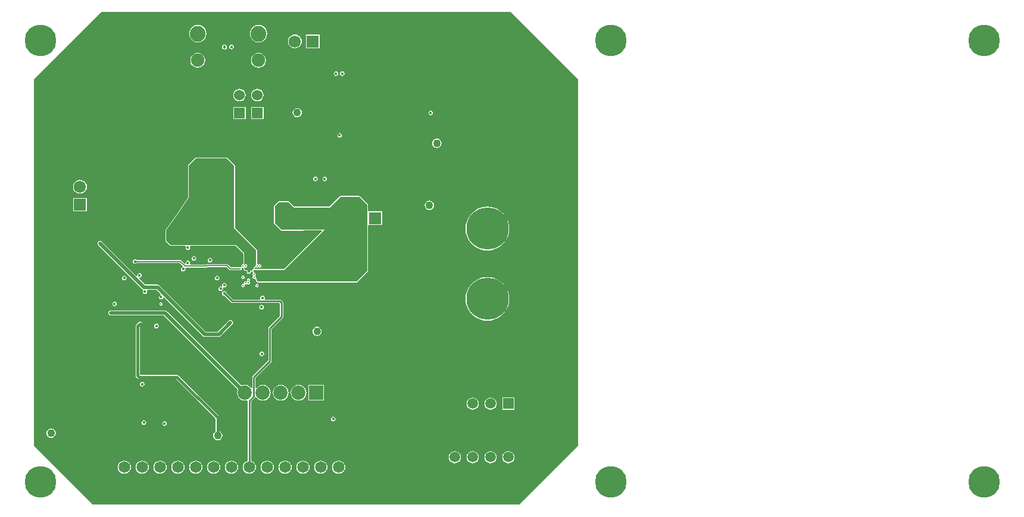
<source format=gbr>
%TF.GenerationSoftware,Altium Limited,Altium Designer,19.0.15 (446)*%
G04 Layer_Physical_Order=2*
G04 Layer_Color=36540*
%FSLAX45Y45*%
%MOMM*%
%TF.FileFunction,Copper,L2,Inr,Signal*%
%TF.Part,Single*%
G01*
G75*
%TA.AperFunction,Conductor*%
%ADD40C,0.20320*%
%ADD41C,0.38100*%
%ADD42C,0.50800*%
%ADD44C,1.52400*%
%ADD45C,0.25400*%
%TA.AperFunction,ComponentPad*%
%ADD49C,1.65000*%
%TA.AperFunction,TestPad*%
%ADD50C,1.10000*%
%TA.AperFunction,ViaPad*%
%ADD51C,4.50000*%
%TA.AperFunction,ComponentPad*%
%ADD52R,1.50000X1.50000*%
%ADD53C,1.50000*%
%ADD54C,1.53000*%
%ADD55R,1.53000X1.53000*%
%ADD56C,1.90000*%
%ADD57C,2.25000*%
%ADD58C,6.00000*%
%ADD59C,1.72500*%
%ADD60R,1.72500X1.72500*%
%ADD61R,1.72500X1.72500*%
%ADD62R,2.02500X2.02500*%
%ADD63C,2.02500*%
%TA.AperFunction,ViaPad*%
%ADD64C,0.43180*%
%ADD65C,0.25000*%
%ADD66C,0.55880*%
%ADD67C,1.06680*%
%ADD68C,0.45720*%
G36*
X8102600Y6210299D02*
X8102599Y990600D01*
X7264400Y152400D01*
X1206500Y152400D01*
X368300Y990600D01*
X368300Y6210300D01*
X1320800Y7162800D01*
X7150100Y7162800D01*
X8102600Y6210299D01*
D02*
G37*
%LPC*%
G36*
X3559400Y6979838D02*
X3527379Y6975623D01*
X3497541Y6963263D01*
X3471918Y6943602D01*
X3452257Y6917979D01*
X3439897Y6888141D01*
X3435682Y6856120D01*
X3439897Y6824099D01*
X3452257Y6794261D01*
X3471918Y6768638D01*
X3497541Y6748977D01*
X3527379Y6736617D01*
X3559400Y6732402D01*
X3591421Y6736617D01*
X3621259Y6748977D01*
X3646882Y6768638D01*
X3666543Y6794261D01*
X3678903Y6824099D01*
X3683118Y6856120D01*
X3678903Y6888141D01*
X3666543Y6917979D01*
X3646882Y6943602D01*
X3621259Y6963263D01*
X3591421Y6975623D01*
X3559400Y6979838D01*
D02*
G37*
G36*
X2695400D02*
X2663379Y6975623D01*
X2633541Y6963263D01*
X2607918Y6943602D01*
X2588257Y6917979D01*
X2575898Y6888141D01*
X2571682Y6856120D01*
X2575898Y6824099D01*
X2588257Y6794261D01*
X2607918Y6768638D01*
X2633541Y6748977D01*
X2663379Y6736617D01*
X2695400Y6732402D01*
X2727421Y6736617D01*
X2757259Y6748977D01*
X2782882Y6768638D01*
X2802544Y6794261D01*
X2814903Y6824099D01*
X2819119Y6856120D01*
X2814903Y6888141D01*
X2802544Y6917979D01*
X2782882Y6943602D01*
X2757259Y6963263D01*
X2727421Y6975623D01*
X2695400Y6979838D01*
D02*
G37*
G36*
X4427811Y6842532D02*
X4234991D01*
Y6649712D01*
X4427811D01*
Y6842532D01*
D02*
G37*
G36*
X4077401Y6843364D02*
X4052233Y6840050D01*
X4028780Y6830336D01*
X4008641Y6814882D01*
X3993187Y6794743D01*
X3983473Y6771290D01*
X3980159Y6746122D01*
X3983473Y6720954D01*
X3993187Y6697501D01*
X4008641Y6677361D01*
X4028780Y6661908D01*
X4052233Y6652193D01*
X4077401Y6648880D01*
X4102569Y6652193D01*
X4126022Y6661908D01*
X4146162Y6677361D01*
X4161615Y6697501D01*
X4171330Y6720954D01*
X4174643Y6746122D01*
X4171330Y6771290D01*
X4161615Y6794743D01*
X4146162Y6814882D01*
X4126022Y6830336D01*
X4102569Y6840050D01*
X4077401Y6843364D01*
D02*
G37*
G36*
X3175000Y6699872D02*
X3162612Y6697408D01*
X3152110Y6690390D01*
X3145092Y6679888D01*
X3142628Y6667500D01*
X3145092Y6655112D01*
X3152110Y6644610D01*
X3162612Y6637592D01*
X3175000Y6635128D01*
X3187388Y6637592D01*
X3197890Y6644610D01*
X3204908Y6655112D01*
X3207372Y6667500D01*
X3204908Y6679888D01*
X3197890Y6690390D01*
X3187388Y6697408D01*
X3175000Y6699872D01*
D02*
G37*
G36*
X3075400Y6699167D02*
X3062516Y6696604D01*
X3051594Y6689306D01*
X3044296Y6678384D01*
X3041733Y6665500D01*
X3044296Y6652616D01*
X3051594Y6641694D01*
X3062516Y6634396D01*
X3075400Y6631833D01*
X3088284Y6634396D01*
X3099206Y6641694D01*
X3106504Y6652616D01*
X3109067Y6665500D01*
X3106504Y6678384D01*
X3099206Y6689306D01*
X3088284Y6696604D01*
X3075400Y6699167D01*
D02*
G37*
G36*
X3559400Y6582187D02*
X3531948Y6578573D01*
X3506366Y6567977D01*
X3484399Y6551121D01*
X3467543Y6529154D01*
X3456947Y6503572D01*
X3453333Y6476120D01*
X3456947Y6448668D01*
X3467543Y6423086D01*
X3484399Y6401119D01*
X3506366Y6384263D01*
X3531948Y6373667D01*
X3559400Y6370053D01*
X3586852Y6373667D01*
X3612434Y6384263D01*
X3634401Y6401119D01*
X3651257Y6423086D01*
X3661853Y6448668D01*
X3665467Y6476120D01*
X3661853Y6503572D01*
X3651257Y6529154D01*
X3634401Y6551121D01*
X3612434Y6567977D01*
X3586852Y6578573D01*
X3559400Y6582187D01*
D02*
G37*
G36*
X2695400D02*
X2667948Y6578573D01*
X2642367Y6567977D01*
X2620399Y6551121D01*
X2603543Y6529154D01*
X2592947Y6503572D01*
X2589333Y6476120D01*
X2592947Y6448668D01*
X2603543Y6423086D01*
X2620399Y6401119D01*
X2642367Y6384263D01*
X2667948Y6373667D01*
X2695400Y6370053D01*
X2722853Y6373667D01*
X2748434Y6384263D01*
X2770401Y6401119D01*
X2787257Y6423086D01*
X2797853Y6448668D01*
X2801468Y6476120D01*
X2797853Y6503572D01*
X2787257Y6529154D01*
X2770401Y6551121D01*
X2748434Y6567977D01*
X2722853Y6578573D01*
X2695400Y6582187D01*
D02*
G37*
G36*
X4749800Y6318872D02*
X4737412Y6316408D01*
X4726910Y6309390D01*
X4719892Y6298888D01*
X4717428Y6286500D01*
X4719892Y6274112D01*
X4726910Y6263610D01*
X4737412Y6256592D01*
X4749800Y6254128D01*
X4762188Y6256592D01*
X4772690Y6263610D01*
X4779708Y6274112D01*
X4782172Y6286500D01*
X4779708Y6298888D01*
X4772690Y6309390D01*
X4762188Y6316408D01*
X4749800Y6318872D01*
D02*
G37*
G36*
X4660900D02*
X4648512Y6316408D01*
X4638010Y6309390D01*
X4630992Y6298888D01*
X4628528Y6286500D01*
X4630992Y6274112D01*
X4638010Y6263610D01*
X4648512Y6256592D01*
X4660900Y6254128D01*
X4673288Y6256592D01*
X4683790Y6263610D01*
X4690808Y6274112D01*
X4693272Y6286500D01*
X4690808Y6298888D01*
X4683790Y6309390D01*
X4673288Y6316408D01*
X4660900Y6318872D01*
D02*
G37*
G36*
X3543300Y6069108D02*
X3520677Y6066129D01*
X3499596Y6057397D01*
X3481493Y6043507D01*
X3467603Y6025404D01*
X3458871Y6004323D01*
X3455892Y5981700D01*
X3458871Y5959077D01*
X3467603Y5937996D01*
X3481493Y5919893D01*
X3499596Y5906003D01*
X3520677Y5897271D01*
X3543300Y5894292D01*
X3565923Y5897271D01*
X3587004Y5906003D01*
X3605107Y5919893D01*
X3618997Y5937996D01*
X3627729Y5959077D01*
X3630708Y5981700D01*
X3627729Y6004323D01*
X3618997Y6025404D01*
X3605107Y6043507D01*
X3587004Y6057397D01*
X3565923Y6066129D01*
X3543300Y6069108D01*
D02*
G37*
G36*
X3289300D02*
X3266677Y6066129D01*
X3245596Y6057397D01*
X3227493Y6043507D01*
X3213603Y6025404D01*
X3204871Y6004323D01*
X3201892Y5981700D01*
X3204871Y5959077D01*
X3213603Y5937996D01*
X3227493Y5919893D01*
X3245596Y5906003D01*
X3266677Y5897271D01*
X3289300Y5894292D01*
X3311923Y5897271D01*
X3333004Y5906003D01*
X3351107Y5919893D01*
X3364997Y5937996D01*
X3373729Y5959077D01*
X3376708Y5981700D01*
X3373729Y6004323D01*
X3364997Y6025404D01*
X3351107Y6043507D01*
X3333004Y6057397D01*
X3311923Y6066129D01*
X3289300Y6069108D01*
D02*
G37*
G36*
X6007100Y5760072D02*
X5994712Y5757608D01*
X5984210Y5750590D01*
X5977192Y5740088D01*
X5974728Y5727700D01*
X5977192Y5715312D01*
X5984210Y5704810D01*
X5994712Y5697792D01*
X6007100Y5695328D01*
X6019488Y5697792D01*
X6029990Y5704810D01*
X6037008Y5715312D01*
X6039472Y5727700D01*
X6037008Y5740088D01*
X6029990Y5750590D01*
X6019488Y5757608D01*
X6007100Y5760072D01*
D02*
G37*
G36*
X4109720Y5797354D02*
X4092710Y5795115D01*
X4076859Y5788549D01*
X4063247Y5778105D01*
X4052803Y5764493D01*
X4046237Y5748642D01*
X4043998Y5731632D01*
X4046237Y5714622D01*
X4052803Y5698771D01*
X4063247Y5685160D01*
X4076859Y5674715D01*
X4092710Y5668149D01*
X4109720Y5665910D01*
X4126730Y5668149D01*
X4142581Y5674715D01*
X4156193Y5685160D01*
X4166637Y5698771D01*
X4173203Y5714622D01*
X4175442Y5731632D01*
X4173203Y5748642D01*
X4166637Y5764493D01*
X4156193Y5778105D01*
X4142581Y5788549D01*
X4126730Y5795115D01*
X4109720Y5797354D01*
D02*
G37*
G36*
X3629960Y5814360D02*
X3456640D01*
Y5641040D01*
X3629960D01*
Y5814360D01*
D02*
G37*
G36*
X3375960D02*
X3202640D01*
Y5641040D01*
X3375960D01*
Y5814360D01*
D02*
G37*
G36*
X4711700Y5442572D02*
X4699312Y5440108D01*
X4688810Y5433090D01*
X4681792Y5422588D01*
X4679328Y5410200D01*
X4681792Y5397812D01*
X4688810Y5387310D01*
X4699312Y5380292D01*
X4711700Y5377828D01*
X4724088Y5380292D01*
X4734590Y5387310D01*
X4741608Y5397812D01*
X4744072Y5410200D01*
X4741608Y5422588D01*
X4734590Y5433090D01*
X4724088Y5440108D01*
X4711700Y5442572D01*
D02*
G37*
G36*
X6096000Y5361622D02*
X6078990Y5359383D01*
X6063139Y5352817D01*
X6049527Y5342373D01*
X6039083Y5328761D01*
X6032517Y5312910D01*
X6030278Y5295900D01*
X6032517Y5278890D01*
X6039083Y5263039D01*
X6049527Y5249427D01*
X6063139Y5238983D01*
X6078990Y5232417D01*
X6096000Y5230178D01*
X6113010Y5232417D01*
X6128861Y5238983D01*
X6142473Y5249427D01*
X6152917Y5263039D01*
X6159483Y5278890D01*
X6161722Y5295900D01*
X6159483Y5312910D01*
X6152917Y5328761D01*
X6142473Y5342373D01*
X6128861Y5352817D01*
X6113010Y5359383D01*
X6096000Y5361622D01*
D02*
G37*
G36*
X4500548Y4820272D02*
X4488159Y4817808D01*
X4477657Y4810790D01*
X4470640Y4800288D01*
X4468176Y4787900D01*
X4470640Y4775512D01*
X4477657Y4765010D01*
X4488159Y4757992D01*
X4500548Y4755528D01*
X4512936Y4757992D01*
X4523438Y4765010D01*
X4530456Y4775512D01*
X4532920Y4787900D01*
X4530456Y4800288D01*
X4523438Y4810790D01*
X4512936Y4817808D01*
X4500548Y4820272D01*
D02*
G37*
G36*
X4368800D02*
X4356412Y4817808D01*
X4345910Y4810790D01*
X4338892Y4800288D01*
X4336428Y4787900D01*
X4338892Y4775512D01*
X4345910Y4765010D01*
X4356412Y4757992D01*
X4368800Y4755528D01*
X4381188Y4757992D01*
X4391690Y4765010D01*
X4398708Y4775512D01*
X4401172Y4787900D01*
X4398708Y4800288D01*
X4391690Y4810790D01*
X4381188Y4817808D01*
X4368800Y4820272D01*
D02*
G37*
G36*
X1021080Y4773482D02*
X995912Y4770169D01*
X972459Y4760454D01*
X952320Y4745000D01*
X936866Y4724861D01*
X927152Y4701408D01*
X923838Y4676240D01*
X927152Y4651072D01*
X936866Y4627619D01*
X952320Y4607480D01*
X972459Y4592026D01*
X995912Y4582312D01*
X1021080Y4578998D01*
X1046248Y4582312D01*
X1069701Y4592026D01*
X1089841Y4607480D01*
X1105294Y4627619D01*
X1115009Y4651072D01*
X1118322Y4676240D01*
X1115009Y4701408D01*
X1105294Y4724861D01*
X1089841Y4745000D01*
X1069701Y4760454D01*
X1046248Y4770169D01*
X1021080Y4773482D01*
D02*
G37*
G36*
X5989320Y4477702D02*
X5972310Y4475463D01*
X5956459Y4468897D01*
X5942847Y4458453D01*
X5932403Y4444841D01*
X5925837Y4428990D01*
X5923598Y4411980D01*
X5925837Y4394970D01*
X5932403Y4379119D01*
X5942847Y4365507D01*
X5956459Y4355063D01*
X5972310Y4348497D01*
X5989320Y4346258D01*
X6006330Y4348497D01*
X6022181Y4355063D01*
X6035793Y4365507D01*
X6046237Y4379119D01*
X6052803Y4394970D01*
X6055042Y4411980D01*
X6052803Y4428990D01*
X6046237Y4444841D01*
X6035793Y4458453D01*
X6022181Y4468897D01*
X6006330Y4475463D01*
X5989320Y4477702D01*
D02*
G37*
G36*
X1117490Y4518650D02*
X924670D01*
Y4325830D01*
X1117490D01*
Y4518650D01*
D02*
G37*
G36*
X6814299Y4392517D02*
X6765629Y4388686D01*
X6718158Y4377289D01*
X6673053Y4358607D01*
X6631427Y4333098D01*
X6594304Y4301392D01*
X6562598Y4264269D01*
X6537090Y4222643D01*
X6518407Y4177539D01*
X6507010Y4130067D01*
X6503180Y4081398D01*
X6507010Y4032728D01*
X6518407Y3985257D01*
X6537090Y3940153D01*
X6562598Y3898527D01*
X6594304Y3861403D01*
X6631427Y3829697D01*
X6673053Y3804189D01*
X6718158Y3785506D01*
X6765629Y3774109D01*
X6814299Y3770279D01*
X6862968Y3774109D01*
X6910440Y3785506D01*
X6955544Y3804189D01*
X6997170Y3829697D01*
X7034293Y3861403D01*
X7065999Y3898527D01*
X7091508Y3940153D01*
X7110190Y3985257D01*
X7121587Y4032728D01*
X7125418Y4081398D01*
X7121587Y4130067D01*
X7110190Y4177539D01*
X7091508Y4222643D01*
X7065999Y4264269D01*
X7034293Y4301392D01*
X6997170Y4333098D01*
X6955544Y4358607D01*
X6910440Y4377289D01*
X6862968Y4388686D01*
X6814299Y4392517D01*
D02*
G37*
G36*
X2641600Y3689972D02*
X2629212Y3687508D01*
X2618710Y3680490D01*
X2611692Y3669988D01*
X2609228Y3657600D01*
X2611692Y3645212D01*
X2618710Y3634710D01*
X2629212Y3627692D01*
X2641600Y3625228D01*
X2653988Y3627692D01*
X2664490Y3634710D01*
X2671508Y3645212D01*
X2673972Y3657600D01*
X2671508Y3669988D01*
X2664490Y3680490D01*
X2653988Y3687508D01*
X2641600Y3689972D01*
D02*
G37*
G36*
X2870200Y3664572D02*
X2857812Y3662108D01*
X2847310Y3655090D01*
X2840292Y3644588D01*
X2837828Y3632200D01*
X2840292Y3619812D01*
X2847310Y3609310D01*
X2857812Y3602292D01*
X2870200Y3599828D01*
X2882588Y3602292D01*
X2893090Y3609310D01*
X2900108Y3619812D01*
X2902572Y3632200D01*
X2900108Y3644588D01*
X2893090Y3655090D01*
X2882588Y3662108D01*
X2870200Y3664572D01*
D02*
G37*
G36*
X3111500Y5090997D02*
X2667000D01*
X2659224Y5087776D01*
X2557623Y4986176D01*
X2554402Y4978399D01*
X2554403Y4524530D01*
X2403906Y4298784D01*
X2238858Y4060382D01*
X2238162Y4057163D01*
X2236903Y4054122D01*
X2236902Y3911600D01*
X2240123Y3903824D01*
X2303624Y3840324D01*
X2311401Y3837103D01*
X2517350D01*
X2524138Y3824403D01*
X2522792Y3822388D01*
X2520328Y3810000D01*
X2522792Y3797612D01*
X2529810Y3787110D01*
X2540312Y3780092D01*
X2552700Y3777628D01*
X2565088Y3780092D01*
X2575590Y3787110D01*
X2582608Y3797612D01*
X2585072Y3810000D01*
X2582608Y3822388D01*
X2581262Y3824403D01*
X2588050Y3837103D01*
X3233945D01*
X3341803Y3729245D01*
Y3586077D01*
X3337684Y3574778D01*
X3330069Y3572545D01*
X3328561Y3572245D01*
X3321066Y3567237D01*
X3316057Y3559741D01*
X3314299Y3550900D01*
X3316057Y3542058D01*
X3317381Y3540078D01*
X3308225Y3530922D01*
X3306244Y3532245D01*
X3297403Y3534004D01*
X3288561Y3532245D01*
X3287623Y3531618D01*
X3165080D01*
X3126049Y3570650D01*
X3119327Y3575141D01*
X3111399Y3576718D01*
X3111397Y3576718D01*
X2826762D01*
X2818834Y3575141D01*
X2812112Y3570650D01*
X2812112Y3570649D01*
X2809291Y3567828D01*
X2588605D01*
X2581817Y3580528D01*
X2582608Y3581712D01*
X2585072Y3594100D01*
X2582608Y3606488D01*
X2575590Y3616990D01*
X2565088Y3624008D01*
X2552700Y3626472D01*
X2540312Y3624008D01*
X2529810Y3616990D01*
X2522792Y3606488D01*
X2520328Y3594100D01*
X2521896Y3586219D01*
X2510191Y3579963D01*
X2463341Y3626813D01*
X2456619Y3631304D01*
X2448691Y3632881D01*
X2448690Y3632881D01*
X1827742D01*
X1826290Y3635053D01*
X1815788Y3642071D01*
X1803400Y3644535D01*
X1791012Y3642071D01*
X1780510Y3635053D01*
X1773492Y3624551D01*
X1771028Y3612163D01*
X1773492Y3599775D01*
X1780510Y3589272D01*
X1791012Y3582255D01*
X1803400Y3579791D01*
X1815788Y3582255D01*
X1826290Y3589272D01*
X1827742Y3591445D01*
X2440109D01*
X2482388Y3549166D01*
X2478208Y3535386D01*
X2476812Y3535108D01*
X2466310Y3528090D01*
X2459292Y3517588D01*
X2456828Y3505200D01*
X2459292Y3492812D01*
X2466310Y3482310D01*
X2476812Y3475292D01*
X2489200Y3472828D01*
X2501588Y3475292D01*
X2512090Y3482310D01*
X2519108Y3492812D01*
X2521572Y3505200D01*
X2519883Y3513692D01*
X2525915Y3523969D01*
X2528500Y3526392D01*
X2817871D01*
X2817872Y3526392D01*
X2825801Y3527969D01*
X2832522Y3532460D01*
X2835344Y3535282D01*
X3102817D01*
X3141848Y3496251D01*
X3141849Y3496250D01*
X3148570Y3491759D01*
X3156499Y3490182D01*
X3287623D01*
X3288561Y3489555D01*
X3297403Y3487796D01*
X3306244Y3489555D01*
X3313739Y3494563D01*
X3318748Y3502059D01*
X3320506Y3510900D01*
X3318748Y3519741D01*
X3317424Y3521722D01*
X3326581Y3530878D01*
X3328561Y3529555D01*
X3335371Y3528200D01*
X3337808Y3527244D01*
X3345704Y3516498D01*
X3345589Y3515597D01*
X3345783Y3514884D01*
X3345500Y3514203D01*
X3346863Y3510912D01*
X3347798Y3507475D01*
X3348439Y3507108D01*
X3348721Y3506426D01*
X3354401Y3500746D01*
Y3492500D01*
X3357622Y3484724D01*
X3365399Y3481503D01*
X3386345D01*
X3392603Y3475245D01*
Y3452651D01*
X3395824Y3444875D01*
X3403600Y3441654D01*
X3427251D01*
X3435028Y3444875D01*
X3449476Y3459324D01*
X3452697Y3467100D01*
X3454571Y3468974D01*
X3458762Y3472427D01*
X3472690Y3470275D01*
X3475283Y3465954D01*
X3476058Y3462058D01*
X3481066Y3454563D01*
X3477845Y3442417D01*
X3476058Y3439741D01*
X3474299Y3430900D01*
X3476058Y3422058D01*
X3477394Y3420058D01*
X3480017Y3410900D01*
X3477394Y3401742D01*
X3476058Y3399741D01*
X3474299Y3390900D01*
X3476058Y3382059D01*
X3481066Y3374563D01*
X3488561Y3369555D01*
X3497403Y3367796D01*
X3506244Y3369555D01*
X3518260Y3362309D01*
X3529097Y3324379D01*
X3530829Y3322197D01*
X3531895Y3319624D01*
X3533351Y3319021D01*
X3534331Y3317786D01*
X3537098Y3317468D01*
X3539671Y3316403D01*
X4953000Y3316403D01*
X4960776Y3319624D01*
X5113176Y3472024D01*
X5116397Y3479800D01*
Y4122845D01*
X5123290Y4132690D01*
X5129097Y4132690D01*
X5316110D01*
Y4325510D01*
X5129097D01*
X5123290Y4325510D01*
X5116397Y4335355D01*
Y4419600D01*
X5113176Y4427376D01*
X4998876Y4541676D01*
X4991100Y4544897D01*
X4724400D01*
X4716624Y4541676D01*
X4567445Y4392497D01*
X4068555D01*
X3995576Y4465476D01*
X3987800Y4468697D01*
X3848100D01*
X3840324Y4465476D01*
X3784671Y4409824D01*
X3781450Y4402048D01*
Y4157752D01*
X3784671Y4149976D01*
X3878424Y4056224D01*
X3886200Y4053003D01*
X3937000D01*
X3937023Y4053012D01*
X3937046Y4053003D01*
X4454833Y4055193D01*
X4459718Y4043470D01*
X3919745Y3503497D01*
X3504973D01*
X3498845Y3516197D01*
X3513689Y3534868D01*
X3521066Y3534563D01*
X3528561Y3529555D01*
X3537403Y3527796D01*
X3546244Y3529555D01*
X3548245Y3530892D01*
X3557403Y3533514D01*
X3566561Y3530892D01*
X3568561Y3529555D01*
X3577403Y3527796D01*
X3586244Y3529555D01*
X3593739Y3534563D01*
X3598748Y3542058D01*
X3600506Y3550900D01*
X3598748Y3559741D01*
X3593739Y3567237D01*
X3586244Y3572245D01*
X3577403Y3574004D01*
X3568561Y3572245D01*
X3566561Y3570908D01*
X3557403Y3568286D01*
X3548245Y3570908D01*
X3546244Y3572245D01*
X3537403Y3574004D01*
X3536319Y3574893D01*
X3536319Y3777018D01*
X3533098Y3784794D01*
X3224097Y4093795D01*
X3224097Y4978400D01*
X3220876Y4986176D01*
X3119276Y5087776D01*
X3111500Y5090997D01*
D02*
G37*
G36*
X3337403Y3414004D02*
X3328561Y3412245D01*
X3321066Y3407237D01*
X3316057Y3399741D01*
X3314299Y3390900D01*
X3316057Y3382059D01*
X3321066Y3374563D01*
X3328561Y3369555D01*
X3337403Y3367796D01*
X3346244Y3369555D01*
X3353739Y3374563D01*
X3358748Y3382059D01*
X3360506Y3390900D01*
X3358748Y3399741D01*
X3353739Y3407237D01*
X3346244Y3412245D01*
X3337403Y3414004D01*
D02*
G37*
G36*
X2971800Y3410572D02*
X2959412Y3408108D01*
X2948910Y3401090D01*
X2941892Y3390588D01*
X2939428Y3378200D01*
X2941892Y3365812D01*
X2948910Y3355310D01*
X2959412Y3348292D01*
X2971800Y3345828D01*
X2984188Y3348292D01*
X2994690Y3355310D01*
X3001708Y3365812D01*
X3004172Y3378200D01*
X3001708Y3390588D01*
X2994690Y3401090D01*
X2984188Y3408108D01*
X2971800Y3410572D01*
D02*
G37*
G36*
X1651000D02*
X1638612Y3408108D01*
X1628110Y3401090D01*
X1621092Y3390588D01*
X1618628Y3378200D01*
X1621092Y3365812D01*
X1628110Y3355310D01*
X1638612Y3348292D01*
X1651000Y3345828D01*
X1663388Y3348292D01*
X1673890Y3355310D01*
X1680908Y3365812D01*
X1683372Y3378200D01*
X1680908Y3390588D01*
X1673890Y3401090D01*
X1663388Y3408108D01*
X1651000Y3410572D01*
D02*
G37*
G36*
X3417403Y3374004D02*
X3408561Y3372245D01*
X3401066Y3367237D01*
X3396057Y3359742D01*
X3394299Y3350900D01*
X3396057Y3342059D01*
X3397381Y3340078D01*
X3388225Y3330921D01*
X3386244Y3332245D01*
X3377403Y3334004D01*
X3368561Y3332245D01*
X3361066Y3327237D01*
X3356058Y3319741D01*
X3354299Y3310900D01*
X3356058Y3302058D01*
X3357381Y3300078D01*
X3348225Y3290922D01*
X3346244Y3292245D01*
X3337403Y3294004D01*
X3328561Y3292245D01*
X3321066Y3287237D01*
X3316057Y3279741D01*
X3314299Y3270900D01*
X3316057Y3262058D01*
X3321066Y3254563D01*
X3328561Y3249555D01*
X3337403Y3247796D01*
X3346244Y3249555D01*
X3353739Y3254563D01*
X3358748Y3262058D01*
X3360506Y3270900D01*
X3358748Y3279741D01*
X3357424Y3281722D01*
X3366580Y3290878D01*
X3368561Y3289555D01*
X3377403Y3287796D01*
X3386244Y3289555D01*
X3388245Y3290892D01*
X3397403Y3293514D01*
X3406561Y3290892D01*
X3408561Y3289555D01*
X3417403Y3287796D01*
X3426244Y3289555D01*
X3433739Y3294563D01*
X3438748Y3302058D01*
X3440506Y3310900D01*
X3438748Y3319741D01*
X3433739Y3327236D01*
Y3334564D01*
X3438748Y3342059D01*
X3440506Y3350900D01*
X3438748Y3359742D01*
X3433739Y3367237D01*
X3426244Y3372245D01*
X3417403Y3374004D01*
D02*
G37*
G36*
X3073400Y3308972D02*
X3061012Y3306508D01*
X3050510Y3299490D01*
X3043492Y3288988D01*
X3041028Y3276600D01*
X3043104Y3266160D01*
X3038390Y3260438D01*
X3033270Y3256651D01*
X3022600Y3258773D01*
X3010212Y3256309D01*
X2999710Y3249291D01*
X2992692Y3238789D01*
X2990228Y3226401D01*
X2992692Y3214013D01*
X2999710Y3203510D01*
X3010212Y3196493D01*
X3022600Y3194029D01*
X3034988Y3196493D01*
X3045490Y3203510D01*
X3052508Y3214013D01*
X3054972Y3226401D01*
X3052896Y3236841D01*
X3057610Y3242563D01*
X3062730Y3246350D01*
X3073400Y3244228D01*
X3085788Y3246692D01*
X3096290Y3253710D01*
X3103308Y3264212D01*
X3105772Y3276600D01*
X3103308Y3288988D01*
X3096290Y3299490D01*
X3085788Y3306508D01*
X3073400Y3308972D01*
D02*
G37*
G36*
X3537403Y3294004D02*
X3528561Y3292245D01*
X3521066Y3287237D01*
X3516057Y3279741D01*
X3514299Y3270900D01*
X3516057Y3262058D01*
X3521066Y3254563D01*
X3528561Y3249555D01*
X3537403Y3247796D01*
X3546244Y3249555D01*
X3553739Y3254563D01*
X3558748Y3262058D01*
X3560506Y3270900D01*
X3558748Y3279741D01*
X3553739Y3287237D01*
X3546244Y3292245D01*
X3537403Y3294004D01*
D02*
G37*
G36*
X2171700Y3033004D02*
X2162859Y3031245D01*
X2155363Y3026237D01*
X2150355Y3018741D01*
X2148596Y3009900D01*
X2150355Y3001059D01*
X2155363Y2993563D01*
X2162859Y2988555D01*
X2171700Y2986796D01*
X2180541Y2988555D01*
X2188037Y2993563D01*
X2193045Y3001059D01*
X2194804Y3009900D01*
X2193045Y3018741D01*
X2188037Y3026237D01*
X2180541Y3031245D01*
X2171700Y3033004D01*
D02*
G37*
G36*
X1511300Y3042272D02*
X1498912Y3039808D01*
X1488410Y3032790D01*
X1481392Y3022288D01*
X1478928Y3009900D01*
X1481392Y2997512D01*
X1488410Y2987010D01*
X1498912Y2979992D01*
X1511300Y2977528D01*
X1523688Y2979992D01*
X1534190Y2987010D01*
X1541208Y2997512D01*
X1543672Y3009900D01*
X1541208Y3022288D01*
X1534190Y3032790D01*
X1523688Y3039808D01*
X1511300Y3042272D01*
D02*
G37*
G36*
X3600920Y2997453D02*
X3588532Y2994989D01*
X3578029Y2987972D01*
X3571012Y2977470D01*
X3568548Y2965081D01*
X3571012Y2952693D01*
X3578029Y2942191D01*
X3588532Y2935173D01*
X3600920Y2932709D01*
X3613308Y2935173D01*
X3623810Y2942191D01*
X3630828Y2952693D01*
X3633292Y2965081D01*
X3630828Y2977470D01*
X3623810Y2987972D01*
X3613308Y2994989D01*
X3600920Y2997453D01*
D02*
G37*
G36*
X6814299Y3392519D02*
X6765629Y3388688D01*
X6718158Y3377291D01*
X6673053Y3358609D01*
X6631427Y3333100D01*
X6594304Y3301394D01*
X6562598Y3264271D01*
X6537090Y3222645D01*
X6518407Y3177541D01*
X6507010Y3130069D01*
X6503180Y3081400D01*
X6507010Y3032730D01*
X6518407Y2985259D01*
X6537090Y2940155D01*
X6562598Y2898529D01*
X6594304Y2861405D01*
X6631427Y2829699D01*
X6673053Y2804191D01*
X6718158Y2785508D01*
X6765629Y2774111D01*
X6814299Y2770281D01*
X6862968Y2774111D01*
X6910440Y2785508D01*
X6955544Y2804191D01*
X6997170Y2829699D01*
X7034293Y2861405D01*
X7065999Y2898529D01*
X7091508Y2940155D01*
X7110190Y2985259D01*
X7121587Y3032730D01*
X7125418Y3081400D01*
X7121587Y3130069D01*
X7110190Y3177541D01*
X7091508Y3222645D01*
X7065999Y3264271D01*
X7034293Y3301394D01*
X6997170Y3333100D01*
X6955544Y3358609D01*
X6910440Y3377291D01*
X6862968Y3388688D01*
X6814299Y3392519D01*
D02*
G37*
G36*
X2108200Y2727312D02*
X2095812Y2724848D01*
X2085310Y2717830D01*
X2078292Y2707328D01*
X2075828Y2694940D01*
X2078292Y2682552D01*
X2085310Y2672050D01*
X2095812Y2665032D01*
X2108200Y2662568D01*
X2120588Y2665032D01*
X2131090Y2672050D01*
X2138108Y2682552D01*
X2140572Y2694940D01*
X2138108Y2707328D01*
X2131090Y2717830D01*
X2120588Y2724848D01*
X2108200Y2727312D01*
D02*
G37*
G36*
X4391660Y2684462D02*
X4374650Y2682223D01*
X4358799Y2675657D01*
X4345187Y2665213D01*
X4334743Y2651601D01*
X4328177Y2635750D01*
X4325938Y2618740D01*
X4328177Y2601730D01*
X4334743Y2585879D01*
X4345187Y2572267D01*
X4358799Y2561823D01*
X4374650Y2555257D01*
X4391660Y2553018D01*
X4408670Y2555257D01*
X4424521Y2561823D01*
X4438133Y2572267D01*
X4448577Y2585879D01*
X4455143Y2601730D01*
X4457382Y2618740D01*
X4455143Y2635750D01*
X4448577Y2651601D01*
X4438133Y2665213D01*
X4424521Y2675657D01*
X4408670Y2682223D01*
X4391660Y2684462D01*
D02*
G37*
G36*
X1308100Y3909757D02*
X1294225Y3906997D01*
X1282463Y3899137D01*
X1274603Y3887375D01*
X1271843Y3873500D01*
X1274603Y3859625D01*
X1282463Y3847863D01*
X1908729Y3221596D01*
X1908730Y3221595D01*
X1913293Y3218546D01*
X1914537Y3216630D01*
X1916135Y3210926D01*
X1916622Y3202720D01*
X1916477Y3202307D01*
X1913192Y3197391D01*
X1910728Y3185003D01*
X1913192Y3172614D01*
X1920210Y3162112D01*
X1930712Y3155095D01*
X1943100Y3152630D01*
X1955488Y3155095D01*
X1965990Y3162112D01*
X1973008Y3172614D01*
X1975472Y3185003D01*
X1973008Y3197391D01*
X1972417Y3198276D01*
X1979205Y3210976D01*
X2109849D01*
X2170790Y3150035D01*
X2166090Y3136775D01*
X2159312Y3135426D01*
X2148810Y3128409D01*
X2141792Y3117907D01*
X2139328Y3105518D01*
X2141792Y3093130D01*
X2148810Y3082628D01*
X2159312Y3075610D01*
X2171700Y3073146D01*
X2184088Y3075610D01*
X2194590Y3082628D01*
X2201608Y3093130D01*
X2202956Y3099908D01*
X2216216Y3104609D01*
X2768362Y2552463D01*
X2768363Y2552463D01*
X2780125Y2544603D01*
X2794000Y2541843D01*
X2794001Y2541843D01*
X2997199D01*
X2997200Y2541843D01*
X3011075Y2544603D01*
X3022837Y2552463D01*
X3187937Y2717563D01*
X3195797Y2729325D01*
X3198557Y2743200D01*
X3195797Y2757075D01*
X3187937Y2768837D01*
X3176175Y2776697D01*
X3162300Y2779457D01*
X3148425Y2776697D01*
X3136663Y2768837D01*
X2982182Y2614357D01*
X2809018D01*
X2150505Y3272870D01*
X2138742Y3280729D01*
X2124867Y3283489D01*
X2124866Y3283489D01*
X1949385D01*
X1860653Y3372222D01*
X1866900Y3383928D01*
X1879288Y3386392D01*
X1889790Y3393410D01*
X1896808Y3403912D01*
X1899272Y3416300D01*
X1896808Y3428688D01*
X1889790Y3439190D01*
X1879288Y3446208D01*
X1866900Y3448672D01*
X1854512Y3446208D01*
X1844010Y3439190D01*
X1836992Y3428688D01*
X1834528Y3416300D01*
X1822822Y3410053D01*
X1333737Y3899137D01*
X1321975Y3906997D01*
X1308100Y3909757D01*
D02*
G37*
G36*
X3606800Y2331072D02*
X3594412Y2328608D01*
X3583910Y2321590D01*
X3576892Y2311088D01*
X3574428Y2298700D01*
X3576892Y2286312D01*
X3583910Y2275810D01*
X3594412Y2268792D01*
X3606800Y2266328D01*
X3619188Y2268792D01*
X3629690Y2275810D01*
X3636708Y2286312D01*
X3639172Y2298700D01*
X3636708Y2311088D01*
X3629690Y2321590D01*
X3619188Y2328608D01*
X3606800Y2331072D01*
D02*
G37*
G36*
X1905000Y1899272D02*
X1892612Y1896808D01*
X1882110Y1889790D01*
X1875092Y1879288D01*
X1872628Y1866900D01*
X1875092Y1854512D01*
X1882110Y1844010D01*
X1892612Y1836992D01*
X1905000Y1834528D01*
X1917388Y1836992D01*
X1927890Y1844010D01*
X1934908Y1854512D01*
X1937372Y1866900D01*
X1934908Y1879288D01*
X1927890Y1889790D01*
X1917388Y1896808D01*
X1905000Y1899272D01*
D02*
G37*
G36*
X3073400Y3191688D02*
X3061012Y3189224D01*
X3050510Y3182207D01*
X3043492Y3171705D01*
X3041028Y3159316D01*
X3043492Y3146928D01*
X3050510Y3136426D01*
X3061012Y3129408D01*
X3072663Y3127091D01*
X3168235Y3031519D01*
X3175797Y3026466D01*
X3184716Y3024692D01*
X3592389D01*
X3593781Y3024969D01*
X3595174Y3024692D01*
X3851146D01*
X3862892Y3012946D01*
Y2838759D01*
X3775967Y2751833D01*
X3704619Y2680486D01*
X3699566Y2672925D01*
X3697792Y2664005D01*
Y2206590D01*
X3476268Y1985066D01*
X3471215Y1977504D01*
X3469441Y1968585D01*
Y1814404D01*
X3456741Y1810093D01*
X3444857Y1825580D01*
X3421584Y1843438D01*
X3394482Y1854664D01*
X3365399Y1858493D01*
X3336315Y1854664D01*
X3316386Y1846409D01*
X2254258Y2908537D01*
X2242495Y2916397D01*
X2228620Y2919157D01*
X2228619Y2919157D01*
X1460500D01*
X1446625Y2916397D01*
X1434863Y2908537D01*
X1427003Y2896775D01*
X1424243Y2882900D01*
X1427003Y2869025D01*
X1434863Y2857263D01*
X1446625Y2849403D01*
X1460500Y2846643D01*
X2213602D01*
X3265111Y1795134D01*
X3256856Y1775205D01*
X3253027Y1746121D01*
X3256856Y1717038D01*
X3268082Y1689936D01*
X3285940Y1666663D01*
X3309213Y1648805D01*
X3336315Y1637579D01*
X3365399Y1633750D01*
X3394482Y1637579D01*
X3400448Y1633872D01*
X3405692Y1628476D01*
Y776192D01*
X3404811Y776076D01*
X3382270Y766739D01*
X3362914Y751887D01*
X3348061Y732531D01*
X3338725Y709990D01*
X3335540Y685801D01*
X3338725Y661612D01*
X3348061Y639071D01*
X3362914Y619715D01*
X3382270Y604863D01*
X3404811Y595526D01*
X3429000Y592341D01*
X3453189Y595526D01*
X3475729Y604863D01*
X3495086Y619715D01*
X3509938Y639071D01*
X3519275Y661612D01*
X3522459Y685801D01*
X3519275Y709990D01*
X3509938Y732531D01*
X3495086Y751887D01*
X3475729Y766739D01*
X3453189Y776076D01*
X3452308Y776192D01*
Y1620959D01*
X3509230Y1677881D01*
X3512066Y1682126D01*
X3523281Y1684185D01*
X3526881Y1683682D01*
X3539940Y1666663D01*
X3563213Y1648805D01*
X3590315Y1637579D01*
X3619399Y1633750D01*
X3648482Y1637579D01*
X3675584Y1648805D01*
X3698857Y1666663D01*
X3716715Y1689936D01*
X3727941Y1717038D01*
X3731770Y1746121D01*
X3727941Y1775205D01*
X3716715Y1802307D01*
X3698857Y1825580D01*
X3675584Y1843438D01*
X3648482Y1854664D01*
X3619399Y1858493D01*
X3590315Y1854664D01*
X3563213Y1843438D01*
X3539940Y1825580D01*
X3528756Y1811006D01*
X3516056Y1815317D01*
Y1958930D01*
X3737581Y2180455D01*
X3742634Y2188016D01*
X3744408Y2196936D01*
Y2654351D01*
X3808929Y2718871D01*
X3808929Y2718872D01*
X3902681Y2812624D01*
X3907734Y2820185D01*
X3909508Y2829105D01*
Y3022600D01*
X3907734Y3031520D01*
X3902681Y3039081D01*
X3877281Y3064481D01*
X3869719Y3069534D01*
X3860800Y3071308D01*
X3653490D01*
X3647268Y3080019D01*
X3645926Y3084008D01*
X3648062Y3094745D01*
X3645598Y3107133D01*
X3638580Y3117635D01*
X3628078Y3124653D01*
X3615690Y3127117D01*
X3603302Y3124653D01*
X3592800Y3117635D01*
X3585782Y3107133D01*
X3583318Y3094745D01*
X3585454Y3084008D01*
X3584112Y3080019D01*
X3577890Y3071308D01*
X3194371D01*
X3105625Y3160053D01*
X3103308Y3171705D01*
X3096290Y3182207D01*
X3085788Y3189224D01*
X3073400Y3191688D01*
D02*
G37*
G36*
X4492809Y1857531D02*
X4269989D01*
Y1634711D01*
X4492809D01*
Y1857531D01*
D02*
G37*
G36*
X4127399Y1858493D02*
X4098315Y1854664D01*
X4071213Y1843438D01*
X4047940Y1825580D01*
X4030082Y1802307D01*
X4018856Y1775205D01*
X4015027Y1746121D01*
X4018856Y1717038D01*
X4030082Y1689936D01*
X4047940Y1666663D01*
X4071213Y1648805D01*
X4098315Y1637579D01*
X4127399Y1633750D01*
X4156482Y1637579D01*
X4183584Y1648805D01*
X4206857Y1666663D01*
X4224715Y1689936D01*
X4235941Y1717038D01*
X4239770Y1746121D01*
X4235941Y1775205D01*
X4224715Y1802307D01*
X4206857Y1825580D01*
X4183584Y1843438D01*
X4156482Y1854664D01*
X4127399Y1858493D01*
D02*
G37*
G36*
X3873399D02*
X3844315Y1854664D01*
X3817213Y1843438D01*
X3793940Y1825580D01*
X3776082Y1802307D01*
X3764856Y1775205D01*
X3761027Y1746121D01*
X3764856Y1717038D01*
X3776082Y1689936D01*
X3793940Y1666663D01*
X3817213Y1648805D01*
X3844315Y1637579D01*
X3873399Y1633750D01*
X3902482Y1637579D01*
X3929584Y1648805D01*
X3952857Y1666663D01*
X3970715Y1689936D01*
X3981941Y1717038D01*
X3985770Y1746121D01*
X3981941Y1775205D01*
X3970715Y1802307D01*
X3952857Y1825580D01*
X3929584Y1843438D01*
X3902482Y1854664D01*
X3873399Y1858493D01*
D02*
G37*
G36*
X7197160Y1675150D02*
X7026840D01*
Y1504830D01*
X7197160D01*
Y1675150D01*
D02*
G37*
G36*
X6858000Y1675884D02*
X6835769Y1672958D01*
X6815053Y1664377D01*
X6797263Y1650726D01*
X6783613Y1632937D01*
X6775032Y1612221D01*
X6772105Y1589990D01*
X6775032Y1567759D01*
X6783613Y1547042D01*
X6797263Y1529253D01*
X6815053Y1515603D01*
X6835769Y1507022D01*
X6858000Y1504095D01*
X6880231Y1507022D01*
X6900947Y1515603D01*
X6918737Y1529253D01*
X6932387Y1547042D01*
X6940968Y1567759D01*
X6943895Y1589990D01*
X6940968Y1612221D01*
X6932387Y1632937D01*
X6918737Y1650726D01*
X6900947Y1664377D01*
X6880231Y1672958D01*
X6858000Y1675884D01*
D02*
G37*
G36*
X6604000D02*
X6581769Y1672958D01*
X6561053Y1664377D01*
X6543263Y1650726D01*
X6529613Y1632937D01*
X6521032Y1612221D01*
X6518105Y1589990D01*
X6521032Y1567759D01*
X6529613Y1547042D01*
X6543263Y1529253D01*
X6561053Y1515603D01*
X6581769Y1507022D01*
X6604000Y1504095D01*
X6626231Y1507022D01*
X6646947Y1515603D01*
X6664737Y1529253D01*
X6678387Y1547042D01*
X6686968Y1567759D01*
X6689895Y1589990D01*
X6686968Y1612221D01*
X6678387Y1632937D01*
X6664737Y1650726D01*
X6646947Y1664377D01*
X6626231Y1672958D01*
X6604000Y1675884D01*
D02*
G37*
G36*
X4622800Y1403972D02*
X4610412Y1401508D01*
X4599910Y1394490D01*
X4592892Y1383988D01*
X4590428Y1371600D01*
X4592892Y1359212D01*
X4599910Y1348710D01*
X4610412Y1341692D01*
X4622800Y1339228D01*
X4635188Y1341692D01*
X4645690Y1348710D01*
X4652708Y1359212D01*
X4655172Y1371600D01*
X4652708Y1383988D01*
X4645690Y1394490D01*
X4635188Y1401508D01*
X4622800Y1403972D01*
D02*
G37*
G36*
X1930400Y1353172D02*
X1918012Y1350708D01*
X1907510Y1343690D01*
X1900492Y1333188D01*
X1898028Y1320800D01*
X1900492Y1308412D01*
X1907510Y1297910D01*
X1918012Y1290892D01*
X1930400Y1288428D01*
X1942788Y1290892D01*
X1953290Y1297910D01*
X1960308Y1308412D01*
X1962772Y1320800D01*
X1960308Y1333188D01*
X1953290Y1343690D01*
X1942788Y1350708D01*
X1930400Y1353172D01*
D02*
G37*
G36*
X2222500Y1340472D02*
X2210112Y1338008D01*
X2199610Y1330990D01*
X2192592Y1320488D01*
X2190128Y1308100D01*
X2192592Y1295712D01*
X2199610Y1285210D01*
X2210112Y1278192D01*
X2222500Y1275728D01*
X2234888Y1278192D01*
X2245390Y1285210D01*
X2252408Y1295712D01*
X2254872Y1308100D01*
X2252408Y1320488D01*
X2245390Y1330990D01*
X2234888Y1338008D01*
X2222500Y1340472D01*
D02*
G37*
G36*
X609600Y1236525D02*
X592590Y1234286D01*
X576739Y1227720D01*
X563127Y1217275D01*
X552683Y1203664D01*
X546117Y1187813D01*
X543878Y1170803D01*
X546117Y1153793D01*
X552683Y1137942D01*
X563127Y1124330D01*
X576739Y1113886D01*
X592590Y1107320D01*
X609600Y1105081D01*
X626610Y1107320D01*
X642461Y1113886D01*
X656073Y1124330D01*
X666517Y1137942D01*
X673083Y1153793D01*
X675322Y1170803D01*
X673083Y1187813D01*
X666517Y1203664D01*
X656073Y1217275D01*
X642461Y1227720D01*
X626610Y1234286D01*
X609600Y1236525D01*
D02*
G37*
G36*
X1879600Y2760282D02*
X1868203Y2758015D01*
X1858541Y2751559D01*
X1820441Y2713459D01*
X1813985Y2703797D01*
X1811718Y2692400D01*
Y1990818D01*
X1813985Y1979421D01*
X1820441Y1969759D01*
X1842759Y1947441D01*
X1852421Y1940985D01*
X1863818Y1938718D01*
X2387964D01*
X2949638Y1377044D01*
Y1193572D01*
X2946559Y1192297D01*
X2932947Y1181853D01*
X2922503Y1168241D01*
X2915937Y1152390D01*
X2913698Y1135380D01*
X2915937Y1118370D01*
X2922503Y1102519D01*
X2932947Y1088907D01*
X2946559Y1078463D01*
X2962410Y1071897D01*
X2979420Y1069658D01*
X2996430Y1071897D01*
X3012281Y1078463D01*
X3025893Y1088907D01*
X3036337Y1102519D01*
X3042903Y1118370D01*
X3045142Y1135380D01*
X3042903Y1152390D01*
X3036337Y1168241D01*
X3025893Y1181853D01*
X3012281Y1192297D01*
X3009202Y1193572D01*
Y1389380D01*
X3006935Y1400777D01*
X3000479Y1410439D01*
X2421359Y1989559D01*
X2411697Y1996015D01*
X2400300Y1998282D01*
X1876154D01*
X1871282Y2003154D01*
Y2680064D01*
X1900659Y2709441D01*
X1907115Y2719103D01*
X1909382Y2730500D01*
X1907115Y2741897D01*
X1900659Y2751559D01*
X1890997Y2758015D01*
X1879600Y2760282D01*
D02*
G37*
G36*
X7112000Y913884D02*
X7089769Y910958D01*
X7069053Y902377D01*
X7051263Y888726D01*
X7037613Y870937D01*
X7029032Y850221D01*
X7026105Y827990D01*
X7029032Y805759D01*
X7037613Y785042D01*
X7051263Y767253D01*
X7069053Y753603D01*
X7089769Y745022D01*
X7112000Y742095D01*
X7134231Y745022D01*
X7154947Y753603D01*
X7172737Y767253D01*
X7186387Y785042D01*
X7194968Y805759D01*
X7197895Y827990D01*
X7194968Y850221D01*
X7186387Y870937D01*
X7172737Y888726D01*
X7154947Y902377D01*
X7134231Y910958D01*
X7112000Y913884D01*
D02*
G37*
G36*
X6858000D02*
X6835769Y910958D01*
X6815053Y902377D01*
X6797263Y888726D01*
X6783613Y870937D01*
X6775032Y850221D01*
X6772105Y827990D01*
X6775032Y805759D01*
X6783613Y785042D01*
X6797263Y767253D01*
X6815053Y753603D01*
X6835769Y745022D01*
X6858000Y742095D01*
X6880231Y745022D01*
X6900947Y753603D01*
X6918737Y767253D01*
X6932387Y785042D01*
X6940968Y805759D01*
X6943895Y827990D01*
X6940968Y850221D01*
X6932387Y870937D01*
X6918737Y888726D01*
X6900947Y902377D01*
X6880231Y910958D01*
X6858000Y913884D01*
D02*
G37*
G36*
X6604000D02*
X6581769Y910958D01*
X6561053Y902377D01*
X6543263Y888726D01*
X6529613Y870937D01*
X6521032Y850221D01*
X6518105Y827990D01*
X6521032Y805759D01*
X6529613Y785042D01*
X6543263Y767253D01*
X6561053Y753603D01*
X6581769Y745022D01*
X6604000Y742095D01*
X6626231Y745022D01*
X6646947Y753603D01*
X6664737Y767253D01*
X6678387Y785042D01*
X6686968Y805759D01*
X6689895Y827990D01*
X6686968Y850221D01*
X6678387Y870937D01*
X6664737Y888726D01*
X6646947Y902377D01*
X6626231Y910958D01*
X6604000Y913884D01*
D02*
G37*
G36*
X6350000D02*
X6327769Y910958D01*
X6307053Y902377D01*
X6289263Y888726D01*
X6275613Y870937D01*
X6267032Y850221D01*
X6264105Y827990D01*
X6267032Y805759D01*
X6275613Y785042D01*
X6289263Y767253D01*
X6307053Y753603D01*
X6327769Y745022D01*
X6350000Y742095D01*
X6372231Y745022D01*
X6392947Y753603D01*
X6410737Y767253D01*
X6424387Y785042D01*
X6432968Y805759D01*
X6435895Y827990D01*
X6432968Y850221D01*
X6424387Y870937D01*
X6410737Y888726D01*
X6392947Y902377D01*
X6372231Y910958D01*
X6350000Y913884D01*
D02*
G37*
G36*
X4699000Y779261D02*
X4674811Y776076D01*
X4652270Y766739D01*
X4632914Y751887D01*
X4618061Y732531D01*
X4608725Y709990D01*
X4605540Y685801D01*
X4608725Y661612D01*
X4618061Y639071D01*
X4632914Y619715D01*
X4652270Y604863D01*
X4674811Y595526D01*
X4699000Y592341D01*
X4723189Y595526D01*
X4745729Y604863D01*
X4765086Y619715D01*
X4779938Y639071D01*
X4789275Y661612D01*
X4792459Y685801D01*
X4789275Y709990D01*
X4779938Y732531D01*
X4765086Y751887D01*
X4745729Y766739D01*
X4723189Y776076D01*
X4699000Y779261D01*
D02*
G37*
G36*
X4445000D02*
X4420811Y776076D01*
X4398270Y766739D01*
X4378914Y751887D01*
X4364061Y732531D01*
X4354725Y709990D01*
X4351540Y685801D01*
X4354725Y661612D01*
X4364061Y639071D01*
X4378914Y619715D01*
X4398270Y604863D01*
X4420811Y595526D01*
X4445000Y592341D01*
X4469189Y595526D01*
X4491729Y604863D01*
X4511086Y619715D01*
X4525938Y639071D01*
X4535275Y661612D01*
X4538459Y685801D01*
X4535275Y709990D01*
X4525938Y732531D01*
X4511086Y751887D01*
X4491729Y766739D01*
X4469189Y776076D01*
X4445000Y779261D01*
D02*
G37*
G36*
X4191000D02*
X4166811Y776076D01*
X4144270Y766739D01*
X4124914Y751887D01*
X4110061Y732531D01*
X4100725Y709990D01*
X4097540Y685801D01*
X4100725Y661612D01*
X4110061Y639071D01*
X4124914Y619715D01*
X4144270Y604863D01*
X4166811Y595526D01*
X4191000Y592341D01*
X4215189Y595526D01*
X4237729Y604863D01*
X4257086Y619715D01*
X4271938Y639071D01*
X4281275Y661612D01*
X4284459Y685801D01*
X4281275Y709990D01*
X4271938Y732531D01*
X4257086Y751887D01*
X4237729Y766739D01*
X4215189Y776076D01*
X4191000Y779261D01*
D02*
G37*
G36*
X3937000D02*
X3912811Y776076D01*
X3890270Y766739D01*
X3870914Y751887D01*
X3856061Y732531D01*
X3846725Y709990D01*
X3843540Y685801D01*
X3846725Y661612D01*
X3856061Y639071D01*
X3870914Y619715D01*
X3890270Y604863D01*
X3912811Y595526D01*
X3937000Y592341D01*
X3961189Y595526D01*
X3983729Y604863D01*
X4003086Y619715D01*
X4017938Y639071D01*
X4027275Y661612D01*
X4030459Y685801D01*
X4027275Y709990D01*
X4017938Y732531D01*
X4003086Y751887D01*
X3983729Y766739D01*
X3961189Y776076D01*
X3937000Y779261D01*
D02*
G37*
G36*
X3683000D02*
X3658811Y776076D01*
X3636270Y766739D01*
X3616914Y751887D01*
X3602061Y732531D01*
X3592725Y709990D01*
X3589540Y685801D01*
X3592725Y661612D01*
X3602061Y639071D01*
X3616914Y619715D01*
X3636270Y604863D01*
X3658811Y595526D01*
X3683000Y592341D01*
X3707189Y595526D01*
X3729729Y604863D01*
X3749086Y619715D01*
X3763938Y639071D01*
X3773275Y661612D01*
X3776459Y685801D01*
X3773275Y709990D01*
X3763938Y732531D01*
X3749086Y751887D01*
X3729729Y766739D01*
X3707189Y776076D01*
X3683000Y779261D01*
D02*
G37*
G36*
X3175000D02*
X3150811Y776076D01*
X3128270Y766739D01*
X3108914Y751887D01*
X3094061Y732531D01*
X3084725Y709990D01*
X3081540Y685801D01*
X3084725Y661612D01*
X3094061Y639071D01*
X3108914Y619715D01*
X3128270Y604863D01*
X3150811Y595526D01*
X3175000Y592341D01*
X3199189Y595526D01*
X3221729Y604863D01*
X3241086Y619715D01*
X3255938Y639071D01*
X3265275Y661612D01*
X3268459Y685801D01*
X3265275Y709990D01*
X3255938Y732531D01*
X3241086Y751887D01*
X3221729Y766739D01*
X3199189Y776076D01*
X3175000Y779261D01*
D02*
G37*
G36*
X2921000D02*
X2896811Y776076D01*
X2874270Y766739D01*
X2854914Y751887D01*
X2840061Y732531D01*
X2830725Y709990D01*
X2827540Y685801D01*
X2830725Y661612D01*
X2840061Y639071D01*
X2854914Y619715D01*
X2874270Y604863D01*
X2896811Y595526D01*
X2921000Y592341D01*
X2945189Y595526D01*
X2967729Y604863D01*
X2987086Y619715D01*
X3001938Y639071D01*
X3011275Y661612D01*
X3014459Y685801D01*
X3011275Y709990D01*
X3001938Y732531D01*
X2987086Y751887D01*
X2967729Y766739D01*
X2945189Y776076D01*
X2921000Y779261D01*
D02*
G37*
G36*
X2667000D02*
X2642811Y776076D01*
X2620270Y766739D01*
X2600914Y751887D01*
X2586061Y732531D01*
X2576725Y709990D01*
X2573540Y685801D01*
X2576725Y661612D01*
X2586061Y639071D01*
X2600914Y619715D01*
X2620270Y604863D01*
X2642811Y595526D01*
X2667000Y592341D01*
X2691189Y595526D01*
X2713729Y604863D01*
X2733086Y619715D01*
X2747938Y639071D01*
X2757275Y661612D01*
X2760459Y685801D01*
X2757275Y709990D01*
X2747938Y732531D01*
X2733086Y751887D01*
X2713729Y766739D01*
X2691189Y776076D01*
X2667000Y779261D01*
D02*
G37*
G36*
X2413000D02*
X2388811Y776076D01*
X2366270Y766739D01*
X2346914Y751887D01*
X2332061Y732531D01*
X2322725Y709990D01*
X2319540Y685801D01*
X2322725Y661612D01*
X2332061Y639071D01*
X2346914Y619715D01*
X2366270Y604863D01*
X2388811Y595526D01*
X2413000Y592341D01*
X2437189Y595526D01*
X2459729Y604863D01*
X2479086Y619715D01*
X2493938Y639071D01*
X2503275Y661612D01*
X2506459Y685801D01*
X2503275Y709990D01*
X2493938Y732531D01*
X2479086Y751887D01*
X2459729Y766739D01*
X2437189Y776076D01*
X2413000Y779261D01*
D02*
G37*
G36*
X2159000D02*
X2134811Y776076D01*
X2112270Y766739D01*
X2092914Y751887D01*
X2078061Y732531D01*
X2068725Y709990D01*
X2065540Y685801D01*
X2068725Y661612D01*
X2078061Y639071D01*
X2092914Y619715D01*
X2112270Y604863D01*
X2134811Y595526D01*
X2159000Y592341D01*
X2183189Y595526D01*
X2205729Y604863D01*
X2225086Y619715D01*
X2239938Y639071D01*
X2249275Y661612D01*
X2252459Y685801D01*
X2249275Y709990D01*
X2239938Y732531D01*
X2225086Y751887D01*
X2205729Y766739D01*
X2183189Y776076D01*
X2159000Y779261D01*
D02*
G37*
G36*
X1905000D02*
X1880811Y776076D01*
X1858270Y766739D01*
X1838914Y751887D01*
X1824061Y732531D01*
X1814725Y709990D01*
X1811540Y685801D01*
X1814725Y661612D01*
X1824061Y639071D01*
X1838914Y619715D01*
X1858270Y604863D01*
X1880811Y595526D01*
X1905000Y592341D01*
X1929189Y595526D01*
X1951729Y604863D01*
X1971086Y619715D01*
X1985938Y639071D01*
X1995275Y661612D01*
X1998459Y685801D01*
X1995275Y709990D01*
X1985938Y732531D01*
X1971086Y751887D01*
X1951729Y766739D01*
X1929189Y776076D01*
X1905000Y779261D01*
D02*
G37*
G36*
X1651000D02*
X1626811Y776076D01*
X1604270Y766739D01*
X1584914Y751887D01*
X1570061Y732531D01*
X1560725Y709990D01*
X1557540Y685801D01*
X1560725Y661612D01*
X1570061Y639071D01*
X1584914Y619715D01*
X1604270Y604863D01*
X1626811Y595526D01*
X1651000Y592341D01*
X1675189Y595526D01*
X1697729Y604863D01*
X1717086Y619715D01*
X1731938Y639071D01*
X1741275Y661612D01*
X1744459Y685801D01*
X1741275Y709990D01*
X1731938Y732531D01*
X1717086Y751887D01*
X1697729Y766739D01*
X1675189Y776076D01*
X1651000Y779261D01*
D02*
G37*
%LPD*%
G36*
X5105400Y4419600D02*
Y3479800D01*
X4953000Y3327400D01*
X3539671Y3327400D01*
X3514460Y3415641D01*
X3518748Y3422058D01*
X3520507Y3430900D01*
X3518748Y3439741D01*
X3513739Y3447237D01*
X3506244Y3452245D01*
X3497403Y3454004D01*
X3495504Y3453626D01*
X3479800Y3479800D01*
X3492500Y3492500D01*
X3924300D01*
X4498174Y4066374D01*
X3937000Y4064000D01*
X3886200D01*
X3792448Y4157752D01*
Y4402048D01*
X3848100Y4457700D01*
X3987800D01*
X4064000Y4381500D01*
X4572000D01*
X4724400Y4533900D01*
X4991100D01*
X5105400Y4419600D01*
D02*
G37*
G36*
X3213100Y4978400D02*
X3213100Y4089240D01*
X3525322Y3777018D01*
X3525322Y3570080D01*
X3521066Y3567237D01*
X3516057Y3559741D01*
X3514937Y3554109D01*
X3460908Y3486150D01*
X3441700Y3486150D01*
Y3467100D01*
X3427251Y3452651D01*
X3403600D01*
Y3479800D01*
X3390900Y3492500D01*
X3365399D01*
Y3505301D01*
X3356497Y3514203D01*
X3357544Y3522388D01*
X3363840Y3526484D01*
X3370216Y3529226D01*
X3377403Y3527796D01*
X3386244Y3529555D01*
X3393739Y3534563D01*
X3398748Y3542058D01*
X3400507Y3550900D01*
X3398748Y3559741D01*
X3393739Y3567237D01*
X3386244Y3572245D01*
X3377403Y3574004D01*
X3368561Y3572245D01*
X3365500Y3570200D01*
X3352800Y3575985D01*
Y3733800D01*
X3238500Y3848100D01*
X2311401D01*
X2247899Y3911600D01*
X2247900Y4054122D01*
X2413000Y4292600D01*
X2565400Y4521200D01*
X2565399Y4978399D01*
X2667000Y5080000D01*
X3111500D01*
X3213100Y4978400D01*
D02*
G37*
D40*
X1803400Y3612163D02*
X2448691D01*
X2513744Y3547110D01*
X2817872D01*
X2826762Y3556000D01*
X3111399D01*
X3156499Y3510900D01*
X3297403D01*
D41*
X1841500Y1990818D02*
X1863818Y1968500D01*
X1841500Y1990818D02*
Y2692400D01*
X1879600Y2730500D01*
X1863818Y1968500D02*
X2400300D01*
X2979420Y1389380D01*
Y1135380D02*
Y1389380D01*
D42*
X2228620Y2882900D02*
X3365399Y1746121D01*
X1460500Y2882900D02*
X2228620D01*
X1308100Y3873500D02*
X1934367Y3247233D01*
X2124867D01*
X2794000Y2578100D01*
X2997200D02*
X3162300Y2743200D01*
X2794000Y2578100D02*
X2997200D01*
D44*
X5458589Y683390D02*
X5461000Y685801D01*
D45*
X3073400Y3159316D02*
X3184716Y3048000D01*
X3592389D01*
X3492749Y1694362D02*
Y1968585D01*
X3429000Y1630613D02*
X3492749Y1694362D01*
X3429000Y685800D02*
Y1630613D01*
X3595174Y3048000D02*
X3860800D01*
X3886200Y3022600D01*
Y2829105D02*
Y3022600D01*
X3792448Y2735352D02*
X3886200Y2829105D01*
X3721100Y2664005D02*
X3792448Y2735352D01*
X3492749Y1968585D02*
X3721100Y2196936D01*
Y2664005D01*
D49*
X1651000Y685801D02*
D03*
X1905000D02*
D03*
X2159000D02*
D03*
X2413000D02*
D03*
X2667000D02*
D03*
X2921000D02*
D03*
X3175000D02*
D03*
X3429000D02*
D03*
X3683000D02*
D03*
X3937000D02*
D03*
X4191000D02*
D03*
X4445000D02*
D03*
X4699000D02*
D03*
X4953000D02*
D03*
X5207000D02*
D03*
X5461000D02*
D03*
D50*
X609600Y1170803D02*
D03*
X2324100Y3949700D02*
D03*
X2979420Y1135380D02*
D03*
X4109720Y5731632D02*
D03*
X3429000Y2844800D02*
D03*
X4109720Y3517900D02*
D03*
X6096000Y5295900D02*
D03*
X4391660Y2618740D02*
D03*
X5989320Y4411980D02*
D03*
D51*
X8572500Y475080D02*
D03*
Y6756500D02*
D03*
X13876019D02*
D03*
Y475080D02*
D03*
X454660D02*
D03*
Y6756500D02*
D03*
D52*
X7112000Y1589990D02*
D03*
D53*
X6858000D02*
D03*
X6604000D02*
D03*
X6350000D02*
D03*
Y827990D02*
D03*
X6604000D02*
D03*
X6858000D02*
D03*
X7112000D02*
D03*
D54*
X3543300Y5981700D02*
D03*
X3289300D02*
D03*
D55*
X3543300Y5727700D02*
D03*
X3289300D02*
D03*
D56*
X3559400Y6476120D02*
D03*
X2695400D02*
D03*
D57*
X3559400Y6856120D02*
D03*
X2695400D02*
D03*
D58*
X6814299Y3081400D02*
D03*
Y4081398D02*
D03*
D59*
X1021080Y4676240D02*
D03*
X4965700Y4229100D02*
D03*
X4935220Y6746122D02*
D03*
X4077401D02*
D03*
D60*
X1021080Y4422240D02*
D03*
D61*
X5219700Y4229100D02*
D03*
X5189220Y6746122D02*
D03*
X4331401D02*
D03*
D62*
X4381399Y1746121D02*
D03*
D63*
X4127399D02*
D03*
X3873399D02*
D03*
X3619399D02*
D03*
X3365399D02*
D03*
X3111399D02*
D03*
D64*
X3073400Y3159316D02*
D03*
X2171700Y3105518D02*
D03*
X4368800Y6235700D02*
D03*
X5016500Y6261100D02*
D03*
X1511300Y3009900D02*
D03*
X2159000Y4655437D02*
D03*
X2743200Y6261100D02*
D03*
X3441700D02*
D03*
X2171700Y6502400D02*
D03*
Y6896100D02*
D03*
X800100Y3733800D02*
D03*
X708599Y2908300D02*
D03*
X1651000Y3378200D02*
D03*
X1803400Y3612163D02*
D03*
X4368800Y4787900D02*
D03*
X1930400Y1320800D02*
D03*
X3162300Y2743200D02*
D03*
X1905000Y1866900D02*
D03*
X1866900Y3416300D02*
D03*
X3615690Y3094745D02*
D03*
X3600920Y2965081D02*
D03*
X2222500Y1308100D02*
D03*
X3073400Y3276600D02*
D03*
X4711700Y5410200D02*
D03*
X3022600Y3226401D02*
D03*
X2971800Y3378200D02*
D03*
X1308100Y3873500D02*
D03*
X6007100Y5727700D02*
D03*
X4622800Y1371600D02*
D03*
X4500548Y4787900D02*
D03*
X3606800Y2298700D02*
D03*
X2108200Y2694940D02*
D03*
X1943100Y3185003D02*
D03*
X2489200Y3505200D02*
D03*
X2552700Y3594100D02*
D03*
X2641600Y3657600D02*
D03*
X2870200Y3632200D02*
D03*
X2552700Y3810000D02*
D03*
X4749800Y6286500D02*
D03*
X3175000Y6667500D02*
D03*
X4660900Y6286500D02*
D03*
D65*
X3377403Y3310900D02*
D03*
X1879600Y2730500D02*
D03*
X3577403Y3550900D02*
D03*
X1460500Y2882900D02*
D03*
X3417403Y3470900D02*
D03*
X3457403Y3511761D02*
D03*
X3417403Y3510900D02*
D03*
X3377403D02*
D03*
X3417403Y3550900D02*
D03*
X3577403Y3390900D02*
D03*
X3537403D02*
D03*
X3577403Y3430900D02*
D03*
X3537403D02*
D03*
X3497403Y3470900D02*
D03*
Y3430900D02*
D03*
X3537403Y3550900D02*
D03*
Y3270900D02*
D03*
X3497403Y3390900D02*
D03*
X2171700Y3009900D02*
D03*
X3337403Y3270900D02*
D03*
Y3390900D02*
D03*
X3297403Y3510900D02*
D03*
X3417403Y3310900D02*
D03*
Y3350900D02*
D03*
X3337403Y3550900D02*
D03*
X3377403D02*
D03*
D66*
X3886200Y4419600D02*
D03*
D67*
X2679700Y2171700D02*
D03*
D68*
X3075400Y6665500D02*
D03*
%TF.MD5,7ab0106635c76ecb9eff74f23142a299*%
M02*

</source>
